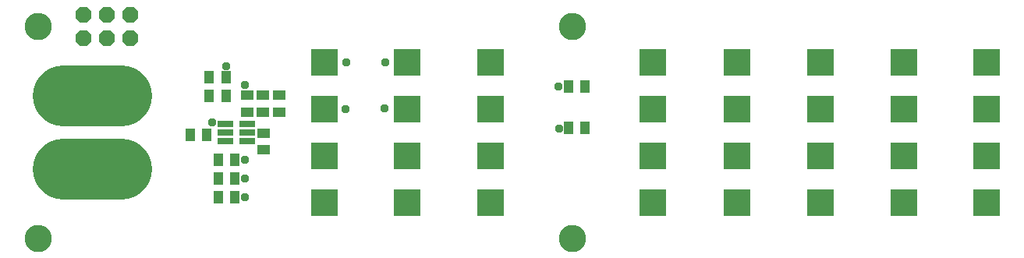
<source format=gbr>
G04 EAGLE Gerber X2 export*
%TF.Part,Single*%
%TF.FileFunction,Soldermask,Top,1*%
%TF.FilePolarity,Negative*%
%TF.GenerationSoftware,Autodesk,EAGLE,8.6.0*%
%TF.CreationDate,2018-06-26T05:58:37Z*%
G75*
%MOMM*%
%FSLAX34Y34*%
%LPD*%
%AMOC8*
5,1,8,0,0,1.08239X$1,22.5*%
G01*
%ADD10C,2.953200*%
%ADD11R,2.873200X2.873200*%
%ADD12C,6.619200*%
%ADD13R,1.003200X1.403200*%
%ADD14P,1.869504X8X22.500000*%
%ADD15R,1.676200X0.736200*%
%ADD16R,1.403200X1.003200*%
%ADD17C,0.959600*%


D10*
X35000Y35000D03*
X35000Y265000D03*
X615000Y265000D03*
X615000Y35000D03*
D11*
X346000Y226200D03*
X346000Y175400D03*
X346000Y124600D03*
X346000Y73800D03*
X974700Y226200D03*
X974700Y175400D03*
X974700Y124600D03*
X974700Y73800D03*
X436000Y226200D03*
X436000Y175400D03*
X436000Y124600D03*
X436000Y73800D03*
X1064700Y226200D03*
X1064700Y175400D03*
X1064700Y124600D03*
X1064700Y73800D03*
X526000Y226200D03*
X526000Y175400D03*
X526000Y124600D03*
X526000Y73800D03*
X793700Y226200D03*
X793700Y175400D03*
X793700Y124600D03*
X793700Y73800D03*
X702000Y226200D03*
X702000Y175400D03*
X702000Y124600D03*
X702000Y73800D03*
X884700Y226200D03*
X884700Y175400D03*
X884700Y124600D03*
X884700Y73800D03*
D12*
X126080Y110500D02*
X61920Y110500D01*
X61920Y189500D02*
X126080Y189500D01*
D13*
X629000Y200000D03*
X611000Y200000D03*
X629000Y155000D03*
X611000Y155000D03*
D14*
X84600Y252300D03*
X84600Y277700D03*
X110000Y252300D03*
X110000Y277700D03*
X135400Y252300D03*
X135400Y277700D03*
D15*
X238130Y159500D03*
X238130Y150000D03*
X238130Y140500D03*
X261870Y140500D03*
X261870Y150000D03*
X261870Y159500D03*
D13*
X200375Y147500D03*
X218375Y147500D03*
X221000Y190000D03*
X239000Y190000D03*
X221000Y210000D03*
X239000Y210000D03*
X231000Y120000D03*
X249000Y120000D03*
X231000Y100000D03*
X249000Y100000D03*
X231000Y80000D03*
X249000Y80000D03*
D16*
X261875Y190250D03*
X261875Y172250D03*
X280000Y149000D03*
X280000Y131000D03*
X296875Y172250D03*
X296875Y190250D03*
X279375Y190250D03*
X279375Y172250D03*
D17*
X411875Y226250D03*
X369375Y226250D03*
X411250Y176250D03*
X368750Y175625D03*
X260000Y120000D03*
X260000Y100000D03*
X260000Y80000D03*
X239375Y221875D03*
X600000Y200000D03*
X600625Y154375D03*
X260000Y201875D03*
X223750Y160625D03*
M02*

</source>
